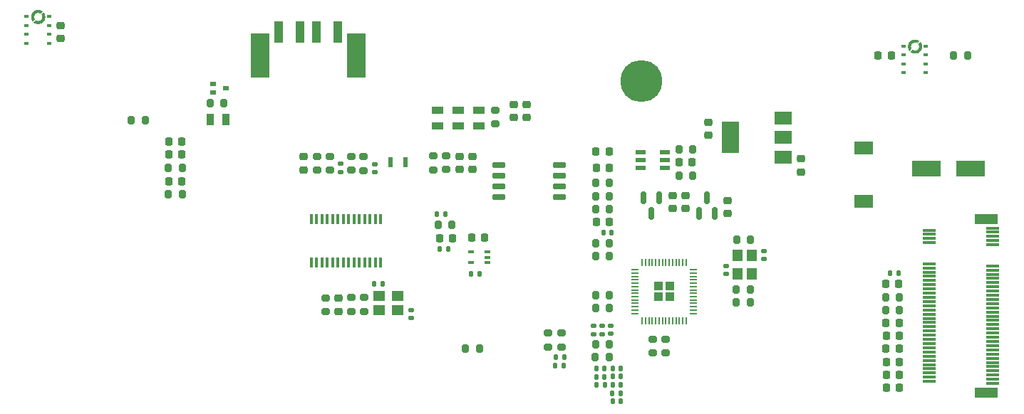
<source format=gbp>
G04 #@! TF.GenerationSoftware,KiCad,Pcbnew,8.0.0-rc1*
G04 #@! TF.CreationDate,2024-01-27T15:59:42+03:00*
G04 #@! TF.ProjectId,RP2040_minimal,52503230-3430-45f6-9d69-6e696d616c2e,REV1*
G04 #@! TF.SameCoordinates,Original*
G04 #@! TF.FileFunction,Paste,Bot*
G04 #@! TF.FilePolarity,Positive*
%FSLAX46Y46*%
G04 Gerber Fmt 4.6, Leading zero omitted, Abs format (unit mm)*
G04 Created by KiCad (PCBNEW 8.0.0-rc1) date 2024-01-27 15:59:42*
%MOMM*%
%LPD*%
G01*
G04 APERTURE LIST*
G04 Aperture macros list*
%AMRoundRect*
0 Rectangle with rounded corners*
0 $1 Rounding radius*
0 $2 $3 $4 $5 $6 $7 $8 $9 X,Y pos of 4 corners*
0 Add a 4 corners polygon primitive as box body*
4,1,4,$2,$3,$4,$5,$6,$7,$8,$9,$2,$3,0*
0 Add four circle primitives for the rounded corners*
1,1,$1+$1,$2,$3*
1,1,$1+$1,$4,$5*
1,1,$1+$1,$6,$7*
1,1,$1+$1,$8,$9*
0 Add four rect primitives between the rounded corners*
20,1,$1+$1,$2,$3,$4,$5,0*
20,1,$1+$1,$4,$5,$6,$7,0*
20,1,$1+$1,$6,$7,$8,$9,0*
20,1,$1+$1,$8,$9,$2,$3,0*%
G04 Aperture macros list end*
%ADD10C,0.010000*%
%ADD11RoundRect,0.218750X-0.218750X-0.256250X0.218750X-0.256250X0.218750X0.256250X-0.218750X0.256250X0*%
%ADD12RoundRect,0.200000X-0.275000X0.200000X-0.275000X-0.200000X0.275000X-0.200000X0.275000X0.200000X0*%
%ADD13RoundRect,0.225000X0.250000X-0.225000X0.250000X0.225000X-0.250000X0.225000X-0.250000X-0.225000X0*%
%ADD14RoundRect,0.225000X0.225000X0.250000X-0.225000X0.250000X-0.225000X-0.250000X0.225000X-0.250000X0*%
%ADD15RoundRect,0.140000X-0.140000X-0.170000X0.140000X-0.170000X0.140000X0.170000X-0.140000X0.170000X0*%
%ADD16RoundRect,0.225000X-0.225000X-0.250000X0.225000X-0.250000X0.225000X0.250000X-0.225000X0.250000X0*%
%ADD17RoundRect,0.200000X0.275000X-0.200000X0.275000X0.200000X-0.275000X0.200000X-0.275000X-0.200000X0*%
%ADD18RoundRect,0.140000X0.140000X0.170000X-0.140000X0.170000X-0.140000X-0.170000X0.140000X-0.170000X0*%
%ADD19RoundRect,0.200000X0.200000X0.275000X-0.200000X0.275000X-0.200000X-0.275000X0.200000X-0.275000X0*%
%ADD20R,1.550000X0.300000*%
%ADD21R,2.750000X1.200000*%
%ADD22RoundRect,0.200000X-0.200000X-0.275000X0.200000X-0.275000X0.200000X0.275000X-0.200000X0.275000X0*%
%ADD23R,0.400000X1.200000*%
%ADD24R,1.400000X0.900000*%
%ADD25R,3.500000X1.850000*%
%ADD26R,0.600000X1.250000*%
%ADD27RoundRect,0.250000X-0.292217X0.292217X-0.292217X-0.292217X0.292217X-0.292217X0.292217X0.292217X0*%
%ADD28RoundRect,0.050000X-0.050000X0.387500X-0.050000X-0.387500X0.050000X-0.387500X0.050000X0.387500X0*%
%ADD29RoundRect,0.050000X-0.387500X0.050000X-0.387500X-0.050000X0.387500X-0.050000X0.387500X0.050000X0*%
%ADD30RoundRect,0.225000X-0.250000X0.225000X-0.250000X-0.225000X0.250000X-0.225000X0.250000X0.225000X0*%
%ADD31RoundRect,0.140000X0.170000X-0.140000X0.170000X0.140000X-0.170000X0.140000X-0.170000X-0.140000X0*%
%ADD32R,0.640000X0.470000*%
%ADD33R,1.400000X1.200000*%
%ADD34RoundRect,0.150000X-0.150000X0.587500X-0.150000X-0.587500X0.150000X-0.587500X0.150000X0.587500X0*%
%ADD35O,5.000000X5.000000*%
%ADD36R,2.200000X1.600000*%
%ADD37R,1.200000X1.400000*%
%ADD38RoundRect,0.140000X-0.170000X0.140000X-0.170000X-0.140000X0.170000X-0.140000X0.170000X0.140000X0*%
%ADD39R,1.143000X0.609600*%
%ADD40RoundRect,0.135000X0.135000X0.185000X-0.135000X0.185000X-0.135000X-0.185000X0.135000X-0.185000X0*%
%ADD41R,0.650000X0.400000*%
%ADD42RoundRect,0.150000X0.150000X-0.587500X0.150000X0.587500X-0.150000X0.587500X-0.150000X-0.587500X0*%
%ADD43R,0.550000X0.300000*%
%ADD44R,2.000000X1.500000*%
%ADD45R,2.000000X3.800000*%
%ADD46R,0.900000X1.400000*%
%ADD47R,1.100000X2.500000*%
%ADD48R,2.300000X5.300000*%
%ADD49RoundRect,0.135000X-0.135000X-0.185000X0.135000X-0.185000X0.135000X0.185000X-0.135000X0.185000X0*%
%ADD50RoundRect,0.218750X0.218750X0.256250X-0.218750X0.256250X-0.218750X-0.256250X0.218750X-0.256250X0*%
%ADD51RoundRect,0.150000X0.650000X0.150000X-0.650000X0.150000X-0.650000X-0.150000X0.650000X-0.150000X0*%
G04 APERTURE END LIST*
D10*
X117297500Y-84696000D02*
X117335500Y-84700000D01*
X117373500Y-84706000D01*
X117411500Y-84714000D01*
X117448500Y-84724000D01*
X117485500Y-84735000D01*
X117521500Y-84749000D01*
X117557500Y-84763000D01*
X117592500Y-84780000D01*
X117626500Y-84798000D01*
X117659500Y-84818000D01*
X117691500Y-84840000D01*
X117721500Y-84862000D01*
X117524500Y-85059000D01*
X117507500Y-85048000D01*
X117487500Y-85035000D01*
X117465500Y-85024000D01*
X117444500Y-85014000D01*
X117421500Y-85004000D01*
X117399500Y-84996000D01*
X117376500Y-84988000D01*
X117352500Y-84982000D01*
X117329500Y-84977000D01*
X117305500Y-84973000D01*
X117281500Y-84970000D01*
X117257500Y-84968000D01*
X117232500Y-84967000D01*
X117208500Y-84968000D01*
X117184500Y-84969000D01*
X117160500Y-84972000D01*
X117136500Y-84976000D01*
X117113500Y-84981000D01*
X117089500Y-84987000D01*
X117066500Y-84994000D01*
X117043500Y-85002000D01*
X117021500Y-85011000D01*
X116999500Y-85021000D01*
X116977500Y-85033000D01*
X116957500Y-85045000D01*
X116936500Y-85058000D01*
X116917500Y-85072000D01*
X116898500Y-85087000D01*
X116879500Y-85103000D01*
X116859270Y-85122772D01*
X116859500Y-85123000D01*
X116839500Y-85143000D01*
X116823500Y-85162000D01*
X116808500Y-85181000D01*
X116794500Y-85200000D01*
X116781500Y-85221000D01*
X116769500Y-85241000D01*
X116757500Y-85263000D01*
X116747500Y-85285000D01*
X116738500Y-85307000D01*
X116730500Y-85330000D01*
X116723500Y-85353000D01*
X116717500Y-85377000D01*
X116712500Y-85400000D01*
X116708500Y-85424000D01*
X116705500Y-85448000D01*
X116704500Y-85472000D01*
X116703500Y-85496000D01*
X116704500Y-85521000D01*
X116706500Y-85545000D01*
X116709500Y-85569000D01*
X116713500Y-85593000D01*
X116718500Y-85616000D01*
X116724500Y-85640000D01*
X116732500Y-85663000D01*
X116740500Y-85685000D01*
X116750500Y-85708000D01*
X116760500Y-85729000D01*
X116771500Y-85751000D01*
X116784500Y-85771000D01*
X116795500Y-85788000D01*
X116598500Y-85985000D01*
X116576500Y-85955000D01*
X116554500Y-85923000D01*
X116534500Y-85890000D01*
X116516500Y-85856000D01*
X116499500Y-85821000D01*
X116485500Y-85785000D01*
X116471500Y-85749000D01*
X116460500Y-85712000D01*
X116450500Y-85675000D01*
X116442500Y-85637000D01*
X116436500Y-85599000D01*
X116432500Y-85561000D01*
X116430500Y-85522000D01*
X116430500Y-85484000D01*
X116431500Y-85445000D01*
X116434500Y-85407000D01*
X116439500Y-85369000D01*
X116446500Y-85331000D01*
X116455500Y-85293000D01*
X116466500Y-85256000D01*
X116478500Y-85219000D01*
X116492500Y-85184000D01*
X116508500Y-85148000D01*
X116526500Y-85114000D01*
X116545500Y-85081000D01*
X116566500Y-85048000D01*
X116588500Y-85017000D01*
X116612500Y-84986000D01*
X116637500Y-84957000D01*
X116664500Y-84928000D01*
X116693500Y-84901000D01*
X116722500Y-84876000D01*
X116753500Y-84852000D01*
X116784500Y-84830000D01*
X116817500Y-84809000D01*
X116850500Y-84790000D01*
X116884500Y-84772000D01*
X116920500Y-84756000D01*
X116955500Y-84742000D01*
X116992500Y-84730000D01*
X117029500Y-84719000D01*
X117067500Y-84710000D01*
X117105500Y-84703000D01*
X117143500Y-84698000D01*
X117181500Y-84695000D01*
X117220500Y-84694000D01*
X117258500Y-84694000D01*
X117297500Y-84696000D01*
G36*
X117297500Y-84696000D02*
G01*
X117335500Y-84700000D01*
X117373500Y-84706000D01*
X117411500Y-84714000D01*
X117448500Y-84724000D01*
X117485500Y-84735000D01*
X117521500Y-84749000D01*
X117557500Y-84763000D01*
X117592500Y-84780000D01*
X117626500Y-84798000D01*
X117659500Y-84818000D01*
X117691500Y-84840000D01*
X117721500Y-84862000D01*
X117524500Y-85059000D01*
X117507500Y-85048000D01*
X117487500Y-85035000D01*
X117465500Y-85024000D01*
X117444500Y-85014000D01*
X117421500Y-85004000D01*
X117399500Y-84996000D01*
X117376500Y-84988000D01*
X117352500Y-84982000D01*
X117329500Y-84977000D01*
X117305500Y-84973000D01*
X117281500Y-84970000D01*
X117257500Y-84968000D01*
X117232500Y-84967000D01*
X117208500Y-84968000D01*
X117184500Y-84969000D01*
X117160500Y-84972000D01*
X117136500Y-84976000D01*
X117113500Y-84981000D01*
X117089500Y-84987000D01*
X117066500Y-84994000D01*
X117043500Y-85002000D01*
X117021500Y-85011000D01*
X116999500Y-85021000D01*
X116977500Y-85033000D01*
X116957500Y-85045000D01*
X116936500Y-85058000D01*
X116917500Y-85072000D01*
X116898500Y-85087000D01*
X116879500Y-85103000D01*
X116859270Y-85122772D01*
X116859500Y-85123000D01*
X116839500Y-85143000D01*
X116823500Y-85162000D01*
X116808500Y-85181000D01*
X116794500Y-85200000D01*
X116781500Y-85221000D01*
X116769500Y-85241000D01*
X116757500Y-85263000D01*
X116747500Y-85285000D01*
X116738500Y-85307000D01*
X116730500Y-85330000D01*
X116723500Y-85353000D01*
X116717500Y-85377000D01*
X116712500Y-85400000D01*
X116708500Y-85424000D01*
X116705500Y-85448000D01*
X116704500Y-85472000D01*
X116703500Y-85496000D01*
X116704500Y-85521000D01*
X116706500Y-85545000D01*
X116709500Y-85569000D01*
X116713500Y-85593000D01*
X116718500Y-85616000D01*
X116724500Y-85640000D01*
X116732500Y-85663000D01*
X116740500Y-85685000D01*
X116750500Y-85708000D01*
X116760500Y-85729000D01*
X116771500Y-85751000D01*
X116784500Y-85771000D01*
X116795500Y-85788000D01*
X116598500Y-85985000D01*
X116576500Y-85955000D01*
X116554500Y-85923000D01*
X116534500Y-85890000D01*
X116516500Y-85856000D01*
X116499500Y-85821000D01*
X116485500Y-85785000D01*
X116471500Y-85749000D01*
X116460500Y-85712000D01*
X116450500Y-85675000D01*
X116442500Y-85637000D01*
X116436500Y-85599000D01*
X116432500Y-85561000D01*
X116430500Y-85522000D01*
X116430500Y-85484000D01*
X116431500Y-85445000D01*
X116434500Y-85407000D01*
X116439500Y-85369000D01*
X116446500Y-85331000D01*
X116455500Y-85293000D01*
X116466500Y-85256000D01*
X116478500Y-85219000D01*
X116492500Y-85184000D01*
X116508500Y-85148000D01*
X116526500Y-85114000D01*
X116545500Y-85081000D01*
X116566500Y-85048000D01*
X116588500Y-85017000D01*
X116612500Y-84986000D01*
X116637500Y-84957000D01*
X116664500Y-84928000D01*
X116693500Y-84901000D01*
X116722500Y-84876000D01*
X116753500Y-84852000D01*
X116784500Y-84830000D01*
X116817500Y-84809000D01*
X116850500Y-84790000D01*
X116884500Y-84772000D01*
X116920500Y-84756000D01*
X116955500Y-84742000D01*
X116992500Y-84730000D01*
X117029500Y-84719000D01*
X117067500Y-84710000D01*
X117105500Y-84703000D01*
X117143500Y-84698000D01*
X117181500Y-84695000D01*
X117220500Y-84694000D01*
X117258500Y-84694000D01*
X117297500Y-84696000D01*
G37*
X117878500Y-85037000D02*
X117900500Y-85069000D01*
X117920500Y-85102000D01*
X117938500Y-85136000D01*
X117955500Y-85171000D01*
X117969500Y-85207000D01*
X117983500Y-85243000D01*
X117994500Y-85280000D01*
X118004500Y-85317000D01*
X118012500Y-85355000D01*
X118018500Y-85393000D01*
X118022500Y-85431000D01*
X118024500Y-85470000D01*
X118024500Y-85508000D01*
X118023500Y-85547000D01*
X118020500Y-85585000D01*
X118015500Y-85623000D01*
X118008500Y-85661000D01*
X117999500Y-85699000D01*
X117988500Y-85736000D01*
X117976500Y-85773000D01*
X117962500Y-85808000D01*
X117946500Y-85844000D01*
X117928500Y-85878000D01*
X117909500Y-85911000D01*
X117888500Y-85944000D01*
X117866500Y-85975000D01*
X117842500Y-86006000D01*
X117817500Y-86035000D01*
X117790500Y-86064000D01*
X117761500Y-86091000D01*
X117732500Y-86116000D01*
X117701500Y-86140000D01*
X117670500Y-86162000D01*
X117637500Y-86183000D01*
X117604500Y-86202000D01*
X117570500Y-86220000D01*
X117534500Y-86236000D01*
X117499500Y-86250000D01*
X117462500Y-86262000D01*
X117425500Y-86273000D01*
X117387500Y-86282000D01*
X117349500Y-86289000D01*
X117311500Y-86294000D01*
X117273500Y-86297000D01*
X117234500Y-86298000D01*
X117196500Y-86298000D01*
X117157500Y-86296000D01*
X117119500Y-86292000D01*
X117081500Y-86286000D01*
X117043500Y-86278000D01*
X117006500Y-86268000D01*
X116969500Y-86257000D01*
X116933500Y-86243000D01*
X116897500Y-86229000D01*
X116862500Y-86212000D01*
X116828500Y-86194000D01*
X116795500Y-86174000D01*
X116763500Y-86152000D01*
X116733500Y-86130000D01*
X116930500Y-85933000D01*
X116947500Y-85944000D01*
X116967500Y-85957000D01*
X116989500Y-85968000D01*
X117010500Y-85978000D01*
X117033500Y-85988000D01*
X117055500Y-85996000D01*
X117078500Y-86004000D01*
X117102500Y-86010000D01*
X117125500Y-86015000D01*
X117149500Y-86019000D01*
X117173500Y-86022000D01*
X117197500Y-86024000D01*
X117222500Y-86025000D01*
X117246500Y-86024000D01*
X117270500Y-86023000D01*
X117294500Y-86020000D01*
X117318500Y-86016000D01*
X117341500Y-86011000D01*
X117365500Y-86005000D01*
X117388500Y-85998000D01*
X117411500Y-85990000D01*
X117433500Y-85981000D01*
X117455500Y-85971000D01*
X117477500Y-85959000D01*
X117497500Y-85947000D01*
X117518500Y-85934000D01*
X117537500Y-85920000D01*
X117556500Y-85905000D01*
X117575500Y-85889000D01*
X117595728Y-85869228D01*
X117595500Y-85869000D01*
X117615500Y-85849000D01*
X117631500Y-85830000D01*
X117646500Y-85811000D01*
X117660500Y-85792000D01*
X117673500Y-85771000D01*
X117685500Y-85751000D01*
X117697500Y-85729000D01*
X117707500Y-85707000D01*
X117716500Y-85685000D01*
X117724500Y-85662000D01*
X117731500Y-85639000D01*
X117737500Y-85615000D01*
X117742500Y-85592000D01*
X117746500Y-85568000D01*
X117749500Y-85544000D01*
X117750500Y-85520000D01*
X117751500Y-85496000D01*
X117750500Y-85471000D01*
X117748500Y-85447000D01*
X117745500Y-85423000D01*
X117741500Y-85399000D01*
X117736500Y-85376000D01*
X117730500Y-85352000D01*
X117722500Y-85329000D01*
X117714500Y-85307000D01*
X117704500Y-85284000D01*
X117694500Y-85263000D01*
X117683500Y-85241000D01*
X117670500Y-85221000D01*
X117659500Y-85204000D01*
X117856500Y-85007000D01*
X117878500Y-85037000D01*
G36*
X117878500Y-85037000D02*
G01*
X117900500Y-85069000D01*
X117920500Y-85102000D01*
X117938500Y-85136000D01*
X117955500Y-85171000D01*
X117969500Y-85207000D01*
X117983500Y-85243000D01*
X117994500Y-85280000D01*
X118004500Y-85317000D01*
X118012500Y-85355000D01*
X118018500Y-85393000D01*
X118022500Y-85431000D01*
X118024500Y-85470000D01*
X118024500Y-85508000D01*
X118023500Y-85547000D01*
X118020500Y-85585000D01*
X118015500Y-85623000D01*
X118008500Y-85661000D01*
X117999500Y-85699000D01*
X117988500Y-85736000D01*
X117976500Y-85773000D01*
X117962500Y-85808000D01*
X117946500Y-85844000D01*
X117928500Y-85878000D01*
X117909500Y-85911000D01*
X117888500Y-85944000D01*
X117866500Y-85975000D01*
X117842500Y-86006000D01*
X117817500Y-86035000D01*
X117790500Y-86064000D01*
X117761500Y-86091000D01*
X117732500Y-86116000D01*
X117701500Y-86140000D01*
X117670500Y-86162000D01*
X117637500Y-86183000D01*
X117604500Y-86202000D01*
X117570500Y-86220000D01*
X117534500Y-86236000D01*
X117499500Y-86250000D01*
X117462500Y-86262000D01*
X117425500Y-86273000D01*
X117387500Y-86282000D01*
X117349500Y-86289000D01*
X117311500Y-86294000D01*
X117273500Y-86297000D01*
X117234500Y-86298000D01*
X117196500Y-86298000D01*
X117157500Y-86296000D01*
X117119500Y-86292000D01*
X117081500Y-86286000D01*
X117043500Y-86278000D01*
X117006500Y-86268000D01*
X116969500Y-86257000D01*
X116933500Y-86243000D01*
X116897500Y-86229000D01*
X116862500Y-86212000D01*
X116828500Y-86194000D01*
X116795500Y-86174000D01*
X116763500Y-86152000D01*
X116733500Y-86130000D01*
X116930500Y-85933000D01*
X116947500Y-85944000D01*
X116967500Y-85957000D01*
X116989500Y-85968000D01*
X117010500Y-85978000D01*
X117033500Y-85988000D01*
X117055500Y-85996000D01*
X117078500Y-86004000D01*
X117102500Y-86010000D01*
X117125500Y-86015000D01*
X117149500Y-86019000D01*
X117173500Y-86022000D01*
X117197500Y-86024000D01*
X117222500Y-86025000D01*
X117246500Y-86024000D01*
X117270500Y-86023000D01*
X117294500Y-86020000D01*
X117318500Y-86016000D01*
X117341500Y-86011000D01*
X117365500Y-86005000D01*
X117388500Y-85998000D01*
X117411500Y-85990000D01*
X117433500Y-85981000D01*
X117455500Y-85971000D01*
X117477500Y-85959000D01*
X117497500Y-85947000D01*
X117518500Y-85934000D01*
X117537500Y-85920000D01*
X117556500Y-85905000D01*
X117575500Y-85889000D01*
X117595728Y-85869228D01*
X117595500Y-85869000D01*
X117615500Y-85849000D01*
X117631500Y-85830000D01*
X117646500Y-85811000D01*
X117660500Y-85792000D01*
X117673500Y-85771000D01*
X117685500Y-85751000D01*
X117697500Y-85729000D01*
X117707500Y-85707000D01*
X117716500Y-85685000D01*
X117724500Y-85662000D01*
X117731500Y-85639000D01*
X117737500Y-85615000D01*
X117742500Y-85592000D01*
X117746500Y-85568000D01*
X117749500Y-85544000D01*
X117750500Y-85520000D01*
X117751500Y-85496000D01*
X117750500Y-85471000D01*
X117748500Y-85447000D01*
X117745500Y-85423000D01*
X117741500Y-85399000D01*
X117736500Y-85376000D01*
X117730500Y-85352000D01*
X117722500Y-85329000D01*
X117714500Y-85307000D01*
X117704500Y-85284000D01*
X117694500Y-85263000D01*
X117683500Y-85241000D01*
X117670500Y-85221000D01*
X117659500Y-85204000D01*
X117856500Y-85007000D01*
X117878500Y-85037000D01*
G37*
X221477500Y-88216000D02*
X221515500Y-88220000D01*
X221553500Y-88226000D01*
X221591500Y-88234000D01*
X221628500Y-88244000D01*
X221665500Y-88255000D01*
X221701500Y-88269000D01*
X221737500Y-88283000D01*
X221772500Y-88300000D01*
X221806500Y-88318000D01*
X221839500Y-88338000D01*
X221871500Y-88360000D01*
X221901500Y-88382000D01*
X221704500Y-88579000D01*
X221687500Y-88568000D01*
X221667500Y-88555000D01*
X221645500Y-88544000D01*
X221624500Y-88534000D01*
X221601500Y-88524000D01*
X221579500Y-88516000D01*
X221556500Y-88508000D01*
X221532500Y-88502000D01*
X221509500Y-88497000D01*
X221485500Y-88493000D01*
X221461500Y-88490000D01*
X221437500Y-88488000D01*
X221412500Y-88487000D01*
X221388500Y-88488000D01*
X221364500Y-88489000D01*
X221340500Y-88492000D01*
X221316500Y-88496000D01*
X221293500Y-88501000D01*
X221269500Y-88507000D01*
X221246500Y-88514000D01*
X221223500Y-88522000D01*
X221201500Y-88531000D01*
X221179500Y-88541000D01*
X221157500Y-88553000D01*
X221137500Y-88565000D01*
X221116500Y-88578000D01*
X221097500Y-88592000D01*
X221078500Y-88607000D01*
X221059500Y-88623000D01*
X221039270Y-88642772D01*
X221039500Y-88643000D01*
X221019500Y-88663000D01*
X221003500Y-88682000D01*
X220988500Y-88701000D01*
X220974500Y-88720000D01*
X220961500Y-88741000D01*
X220949500Y-88761000D01*
X220937500Y-88783000D01*
X220927500Y-88805000D01*
X220918500Y-88827000D01*
X220910500Y-88850000D01*
X220903500Y-88873000D01*
X220897500Y-88897000D01*
X220892500Y-88920000D01*
X220888500Y-88944000D01*
X220885500Y-88968000D01*
X220884500Y-88992000D01*
X220883500Y-89016000D01*
X220884500Y-89041000D01*
X220886500Y-89065000D01*
X220889500Y-89089000D01*
X220893500Y-89113000D01*
X220898500Y-89136000D01*
X220904500Y-89160000D01*
X220912500Y-89183000D01*
X220920500Y-89205000D01*
X220930500Y-89228000D01*
X220940500Y-89249000D01*
X220951500Y-89271000D01*
X220964500Y-89291000D01*
X220975500Y-89308000D01*
X220778500Y-89505000D01*
X220756500Y-89475000D01*
X220734500Y-89443000D01*
X220714500Y-89410000D01*
X220696500Y-89376000D01*
X220679500Y-89341000D01*
X220665500Y-89305000D01*
X220651500Y-89269000D01*
X220640500Y-89232000D01*
X220630500Y-89195000D01*
X220622500Y-89157000D01*
X220616500Y-89119000D01*
X220612500Y-89081000D01*
X220610500Y-89042000D01*
X220610500Y-89004000D01*
X220611500Y-88965000D01*
X220614500Y-88927000D01*
X220619500Y-88889000D01*
X220626500Y-88851000D01*
X220635500Y-88813000D01*
X220646500Y-88776000D01*
X220658500Y-88739000D01*
X220672500Y-88704000D01*
X220688500Y-88668000D01*
X220706500Y-88634000D01*
X220725500Y-88601000D01*
X220746500Y-88568000D01*
X220768500Y-88537000D01*
X220792500Y-88506000D01*
X220817500Y-88477000D01*
X220844500Y-88448000D01*
X220873500Y-88421000D01*
X220902500Y-88396000D01*
X220933500Y-88372000D01*
X220964500Y-88350000D01*
X220997500Y-88329000D01*
X221030500Y-88310000D01*
X221064500Y-88292000D01*
X221100500Y-88276000D01*
X221135500Y-88262000D01*
X221172500Y-88250000D01*
X221209500Y-88239000D01*
X221247500Y-88230000D01*
X221285500Y-88223000D01*
X221323500Y-88218000D01*
X221361500Y-88215000D01*
X221400500Y-88214000D01*
X221438500Y-88214000D01*
X221477500Y-88216000D01*
G36*
X221477500Y-88216000D02*
G01*
X221515500Y-88220000D01*
X221553500Y-88226000D01*
X221591500Y-88234000D01*
X221628500Y-88244000D01*
X221665500Y-88255000D01*
X221701500Y-88269000D01*
X221737500Y-88283000D01*
X221772500Y-88300000D01*
X221806500Y-88318000D01*
X221839500Y-88338000D01*
X221871500Y-88360000D01*
X221901500Y-88382000D01*
X221704500Y-88579000D01*
X221687500Y-88568000D01*
X221667500Y-88555000D01*
X221645500Y-88544000D01*
X221624500Y-88534000D01*
X221601500Y-88524000D01*
X221579500Y-88516000D01*
X221556500Y-88508000D01*
X221532500Y-88502000D01*
X221509500Y-88497000D01*
X221485500Y-88493000D01*
X221461500Y-88490000D01*
X221437500Y-88488000D01*
X221412500Y-88487000D01*
X221388500Y-88488000D01*
X221364500Y-88489000D01*
X221340500Y-88492000D01*
X221316500Y-88496000D01*
X221293500Y-88501000D01*
X221269500Y-88507000D01*
X221246500Y-88514000D01*
X221223500Y-88522000D01*
X221201500Y-88531000D01*
X221179500Y-88541000D01*
X221157500Y-88553000D01*
X221137500Y-88565000D01*
X221116500Y-88578000D01*
X221097500Y-88592000D01*
X221078500Y-88607000D01*
X221059500Y-88623000D01*
X221039270Y-88642772D01*
X221039500Y-88643000D01*
X221019500Y-88663000D01*
X221003500Y-88682000D01*
X220988500Y-88701000D01*
X220974500Y-88720000D01*
X220961500Y-88741000D01*
X220949500Y-88761000D01*
X220937500Y-88783000D01*
X220927500Y-88805000D01*
X220918500Y-88827000D01*
X220910500Y-88850000D01*
X220903500Y-88873000D01*
X220897500Y-88897000D01*
X220892500Y-88920000D01*
X220888500Y-88944000D01*
X220885500Y-88968000D01*
X220884500Y-88992000D01*
X220883500Y-89016000D01*
X220884500Y-89041000D01*
X220886500Y-89065000D01*
X220889500Y-89089000D01*
X220893500Y-89113000D01*
X220898500Y-89136000D01*
X220904500Y-89160000D01*
X220912500Y-89183000D01*
X220920500Y-89205000D01*
X220930500Y-89228000D01*
X220940500Y-89249000D01*
X220951500Y-89271000D01*
X220964500Y-89291000D01*
X220975500Y-89308000D01*
X220778500Y-89505000D01*
X220756500Y-89475000D01*
X220734500Y-89443000D01*
X220714500Y-89410000D01*
X220696500Y-89376000D01*
X220679500Y-89341000D01*
X220665500Y-89305000D01*
X220651500Y-89269000D01*
X220640500Y-89232000D01*
X220630500Y-89195000D01*
X220622500Y-89157000D01*
X220616500Y-89119000D01*
X220612500Y-89081000D01*
X220610500Y-89042000D01*
X220610500Y-89004000D01*
X220611500Y-88965000D01*
X220614500Y-88927000D01*
X220619500Y-88889000D01*
X220626500Y-88851000D01*
X220635500Y-88813000D01*
X220646500Y-88776000D01*
X220658500Y-88739000D01*
X220672500Y-88704000D01*
X220688500Y-88668000D01*
X220706500Y-88634000D01*
X220725500Y-88601000D01*
X220746500Y-88568000D01*
X220768500Y-88537000D01*
X220792500Y-88506000D01*
X220817500Y-88477000D01*
X220844500Y-88448000D01*
X220873500Y-88421000D01*
X220902500Y-88396000D01*
X220933500Y-88372000D01*
X220964500Y-88350000D01*
X220997500Y-88329000D01*
X221030500Y-88310000D01*
X221064500Y-88292000D01*
X221100500Y-88276000D01*
X221135500Y-88262000D01*
X221172500Y-88250000D01*
X221209500Y-88239000D01*
X221247500Y-88230000D01*
X221285500Y-88223000D01*
X221323500Y-88218000D01*
X221361500Y-88215000D01*
X221400500Y-88214000D01*
X221438500Y-88214000D01*
X221477500Y-88216000D01*
G37*
X222058500Y-88557000D02*
X222080500Y-88589000D01*
X222100500Y-88622000D01*
X222118500Y-88656000D01*
X222135500Y-88691000D01*
X222149500Y-88727000D01*
X222163500Y-88763000D01*
X222174500Y-88800000D01*
X222184500Y-88837000D01*
X222192500Y-88875000D01*
X222198500Y-88913000D01*
X222202500Y-88951000D01*
X222204500Y-88990000D01*
X222204500Y-89028000D01*
X222203500Y-89067000D01*
X222200500Y-89105000D01*
X222195500Y-89143000D01*
X222188500Y-89181000D01*
X222179500Y-89219000D01*
X222168500Y-89256000D01*
X222156500Y-89293000D01*
X222142500Y-89328000D01*
X222126500Y-89364000D01*
X222108500Y-89398000D01*
X222089500Y-89431000D01*
X222068500Y-89464000D01*
X222046500Y-89495000D01*
X222022500Y-89526000D01*
X221997500Y-89555000D01*
X221970500Y-89584000D01*
X221941500Y-89611000D01*
X221912500Y-89636000D01*
X221881500Y-89660000D01*
X221850500Y-89682000D01*
X221817500Y-89703000D01*
X221784500Y-89722000D01*
X221750500Y-89740000D01*
X221714500Y-89756000D01*
X221679500Y-89770000D01*
X221642500Y-89782000D01*
X221605500Y-89793000D01*
X221567500Y-89802000D01*
X221529500Y-89809000D01*
X221491500Y-89814000D01*
X221453500Y-89817000D01*
X221414500Y-89818000D01*
X221376500Y-89818000D01*
X221337500Y-89816000D01*
X221299500Y-89812000D01*
X221261500Y-89806000D01*
X221223500Y-89798000D01*
X221186500Y-89788000D01*
X221149500Y-89777000D01*
X221113500Y-89763000D01*
X221077500Y-89749000D01*
X221042500Y-89732000D01*
X221008500Y-89714000D01*
X220975500Y-89694000D01*
X220943500Y-89672000D01*
X220913500Y-89650000D01*
X221110500Y-89453000D01*
X221127500Y-89464000D01*
X221147500Y-89477000D01*
X221169500Y-89488000D01*
X221190500Y-89498000D01*
X221213500Y-89508000D01*
X221235500Y-89516000D01*
X221258500Y-89524000D01*
X221282500Y-89530000D01*
X221305500Y-89535000D01*
X221329500Y-89539000D01*
X221353500Y-89542000D01*
X221377500Y-89544000D01*
X221402500Y-89545000D01*
X221426500Y-89544000D01*
X221450500Y-89543000D01*
X221474500Y-89540000D01*
X221498500Y-89536000D01*
X221521500Y-89531000D01*
X221545500Y-89525000D01*
X221568500Y-89518000D01*
X221591500Y-89510000D01*
X221613500Y-89501000D01*
X221635500Y-89491000D01*
X221657500Y-89479000D01*
X221677500Y-89467000D01*
X221698500Y-89454000D01*
X221717500Y-89440000D01*
X221736500Y-89425000D01*
X221755500Y-89409000D01*
X221775728Y-89389228D01*
X221775500Y-89389000D01*
X221795500Y-89369000D01*
X221811500Y-89350000D01*
X221826500Y-89331000D01*
X221840500Y-89312000D01*
X221853500Y-89291000D01*
X221865500Y-89271000D01*
X221877500Y-89249000D01*
X221887500Y-89227000D01*
X221896500Y-89205000D01*
X221904500Y-89182000D01*
X221911500Y-89159000D01*
X221917500Y-89135000D01*
X221922500Y-89112000D01*
X221926500Y-89088000D01*
X221929500Y-89064000D01*
X221930500Y-89040000D01*
X221931500Y-89016000D01*
X221930500Y-88991000D01*
X221928500Y-88967000D01*
X221925500Y-88943000D01*
X221921500Y-88919000D01*
X221916500Y-88896000D01*
X221910500Y-88872000D01*
X221902500Y-88849000D01*
X221894500Y-88827000D01*
X221884500Y-88804000D01*
X221874500Y-88783000D01*
X221863500Y-88761000D01*
X221850500Y-88741000D01*
X221839500Y-88724000D01*
X222036500Y-88527000D01*
X222058500Y-88557000D01*
G36*
X222058500Y-88557000D02*
G01*
X222080500Y-88589000D01*
X222100500Y-88622000D01*
X222118500Y-88656000D01*
X222135500Y-88691000D01*
X222149500Y-88727000D01*
X222163500Y-88763000D01*
X222174500Y-88800000D01*
X222184500Y-88837000D01*
X222192500Y-88875000D01*
X222198500Y-88913000D01*
X222202500Y-88951000D01*
X222204500Y-88990000D01*
X222204500Y-89028000D01*
X222203500Y-89067000D01*
X222200500Y-89105000D01*
X222195500Y-89143000D01*
X222188500Y-89181000D01*
X222179500Y-89219000D01*
X222168500Y-89256000D01*
X222156500Y-89293000D01*
X222142500Y-89328000D01*
X222126500Y-89364000D01*
X222108500Y-89398000D01*
X222089500Y-89431000D01*
X222068500Y-89464000D01*
X222046500Y-89495000D01*
X222022500Y-89526000D01*
X221997500Y-89555000D01*
X221970500Y-89584000D01*
X221941500Y-89611000D01*
X221912500Y-89636000D01*
X221881500Y-89660000D01*
X221850500Y-89682000D01*
X221817500Y-89703000D01*
X221784500Y-89722000D01*
X221750500Y-89740000D01*
X221714500Y-89756000D01*
X221679500Y-89770000D01*
X221642500Y-89782000D01*
X221605500Y-89793000D01*
X221567500Y-89802000D01*
X221529500Y-89809000D01*
X221491500Y-89814000D01*
X221453500Y-89817000D01*
X221414500Y-89818000D01*
X221376500Y-89818000D01*
X221337500Y-89816000D01*
X221299500Y-89812000D01*
X221261500Y-89806000D01*
X221223500Y-89798000D01*
X221186500Y-89788000D01*
X221149500Y-89777000D01*
X221113500Y-89763000D01*
X221077500Y-89749000D01*
X221042500Y-89732000D01*
X221008500Y-89714000D01*
X220975500Y-89694000D01*
X220943500Y-89672000D01*
X220913500Y-89650000D01*
X221110500Y-89453000D01*
X221127500Y-89464000D01*
X221147500Y-89477000D01*
X221169500Y-89488000D01*
X221190500Y-89498000D01*
X221213500Y-89508000D01*
X221235500Y-89516000D01*
X221258500Y-89524000D01*
X221282500Y-89530000D01*
X221305500Y-89535000D01*
X221329500Y-89539000D01*
X221353500Y-89542000D01*
X221377500Y-89544000D01*
X221402500Y-89545000D01*
X221426500Y-89544000D01*
X221450500Y-89543000D01*
X221474500Y-89540000D01*
X221498500Y-89536000D01*
X221521500Y-89531000D01*
X221545500Y-89525000D01*
X221568500Y-89518000D01*
X221591500Y-89510000D01*
X221613500Y-89501000D01*
X221635500Y-89491000D01*
X221657500Y-89479000D01*
X221677500Y-89467000D01*
X221698500Y-89454000D01*
X221717500Y-89440000D01*
X221736500Y-89425000D01*
X221755500Y-89409000D01*
X221775728Y-89389228D01*
X221775500Y-89389000D01*
X221795500Y-89369000D01*
X221811500Y-89350000D01*
X221826500Y-89331000D01*
X221840500Y-89312000D01*
X221853500Y-89291000D01*
X221865500Y-89271000D01*
X221877500Y-89249000D01*
X221887500Y-89227000D01*
X221896500Y-89205000D01*
X221904500Y-89182000D01*
X221911500Y-89159000D01*
X221917500Y-89135000D01*
X221922500Y-89112000D01*
X221926500Y-89088000D01*
X221929500Y-89064000D01*
X221930500Y-89040000D01*
X221931500Y-89016000D01*
X221930500Y-88991000D01*
X221928500Y-88967000D01*
X221925500Y-88943000D01*
X221921500Y-88919000D01*
X221916500Y-88896000D01*
X221910500Y-88872000D01*
X221902500Y-88849000D01*
X221894500Y-88827000D01*
X221884500Y-88804000D01*
X221874500Y-88783000D01*
X221863500Y-88761000D01*
X221850500Y-88741000D01*
X221839500Y-88724000D01*
X222036500Y-88527000D01*
X222058500Y-88557000D01*
G37*
D11*
X183555000Y-103496000D03*
X185130000Y-103496000D03*
D12*
X177862500Y-123166000D03*
X177862500Y-124816000D03*
D13*
X175322500Y-97521000D03*
X175322500Y-95971000D03*
D12*
X191822500Y-123886000D03*
X191822500Y-125536000D03*
D14*
X219572500Y-126576000D03*
X218022500Y-126576000D03*
D15*
X185522500Y-128326000D03*
X186482500Y-128326000D03*
D16*
X193429000Y-102856000D03*
X194979000Y-102856000D03*
D17*
X150372500Y-103776000D03*
X150372500Y-102126000D03*
D14*
X134337500Y-101926000D03*
X132787500Y-101926000D03*
D18*
X165632500Y-109006000D03*
X164672500Y-109006000D03*
D19*
X195029000Y-104396000D03*
X193379000Y-104396000D03*
D16*
X183572500Y-109936000D03*
X185122500Y-109936000D03*
D20*
X230700109Y-129156000D03*
X223150109Y-128906000D03*
X230700109Y-128656000D03*
X223150109Y-128406000D03*
X230700109Y-128156000D03*
X223150109Y-127906000D03*
X230700109Y-127656000D03*
X223150109Y-127406000D03*
X230700109Y-127156000D03*
X223150109Y-126906000D03*
X230700109Y-126656000D03*
X223150109Y-126406000D03*
X230700109Y-126156000D03*
X223150109Y-125906000D03*
X230700109Y-125656000D03*
X223150109Y-125406000D03*
X230700109Y-125156000D03*
X223150109Y-124906000D03*
X230700109Y-124656000D03*
X223150109Y-124406000D03*
X230700109Y-124156000D03*
X223150109Y-123906000D03*
X230700109Y-123656000D03*
X223150109Y-123406000D03*
X230700109Y-123156000D03*
X223150109Y-122906000D03*
X230700109Y-122656000D03*
X223150109Y-122406000D03*
X230700109Y-122156000D03*
X223150109Y-121906000D03*
X230700109Y-121656000D03*
X223150109Y-121406000D03*
X230700109Y-121156000D03*
X223150109Y-120906000D03*
X230700109Y-120656000D03*
X223150109Y-120406000D03*
X230700109Y-120156000D03*
X223150109Y-119906000D03*
X230700109Y-119656000D03*
X223150109Y-119406000D03*
X230700109Y-119156000D03*
X223150109Y-118906000D03*
X230700109Y-118656000D03*
X223150109Y-118406000D03*
X230700109Y-118156000D03*
X223150109Y-117906000D03*
X230700109Y-117656000D03*
X223150109Y-117406000D03*
X230700109Y-117156000D03*
X223150109Y-116906000D03*
X230700109Y-116656000D03*
X223150109Y-116406000D03*
X230700109Y-116156000D03*
X223150109Y-115906000D03*
X230700109Y-115656000D03*
X223150109Y-115406000D03*
X230700109Y-115156000D03*
X223150109Y-114906000D03*
X230700109Y-112656000D03*
X223150109Y-112406000D03*
X230700109Y-112156000D03*
X223150109Y-111906000D03*
X230700109Y-111656000D03*
X223150109Y-111406000D03*
X230700109Y-111156000D03*
X223150109Y-110906000D03*
X230700109Y-110656000D03*
D21*
X229925109Y-130256000D03*
X229925109Y-109556000D03*
D14*
X134347500Y-105076000D03*
X132797500Y-105076000D03*
D15*
X185502500Y-129306000D03*
X186462500Y-129306000D03*
D22*
X200227500Y-117956000D03*
X201877500Y-117956000D03*
D19*
X134392500Y-103536000D03*
X132742500Y-103536000D03*
X219587500Y-118866000D03*
X217937500Y-118866000D03*
D13*
X207892500Y-103971000D03*
X207892500Y-102421000D03*
D23*
X157980000Y-114756000D03*
X157345000Y-114756000D03*
X156710000Y-114756000D03*
X156075000Y-114756000D03*
X155440000Y-114756000D03*
X154805000Y-114756000D03*
X154170000Y-114756000D03*
X153535000Y-114756000D03*
X152900000Y-114756000D03*
X152265000Y-114756000D03*
X151630000Y-114756000D03*
X150995000Y-114756000D03*
X150360000Y-114756000D03*
X149725000Y-114756000D03*
X149725000Y-109556000D03*
X150360000Y-109556000D03*
X150995000Y-109556000D03*
X151630000Y-109556000D03*
X152265000Y-109556000D03*
X152900000Y-109556000D03*
X153535000Y-109556000D03*
X154170000Y-109556000D03*
X154805000Y-109556000D03*
X155440000Y-109556000D03*
X156075000Y-109556000D03*
X156710000Y-109556000D03*
X157345000Y-109556000D03*
X157980000Y-109556000D03*
D14*
X218627500Y-90081000D03*
X217077500Y-90081000D03*
D24*
X167162500Y-96611000D03*
X167162500Y-98511000D03*
D17*
X190297500Y-125536000D03*
X190297500Y-123886000D03*
D22*
X183502500Y-118676000D03*
X185152500Y-118676000D03*
D25*
X222772500Y-103606000D03*
X228072500Y-103606000D03*
D26*
X160912500Y-102796000D03*
X159112500Y-102796000D03*
D27*
X192277500Y-117585000D03*
X191002500Y-117585000D03*
X192277500Y-118860000D03*
X191002500Y-118860000D03*
D28*
X189040000Y-114785000D03*
X189440000Y-114785000D03*
X189840000Y-114785000D03*
X190240000Y-114785000D03*
X190640000Y-114785000D03*
X191040000Y-114785000D03*
X191440000Y-114785000D03*
X191840000Y-114785000D03*
X192240000Y-114785000D03*
X192640000Y-114785000D03*
X193040000Y-114785000D03*
X193440000Y-114785000D03*
X193840000Y-114785000D03*
X194240000Y-114785000D03*
D29*
X195077500Y-115622500D03*
X195077500Y-116022500D03*
X195077500Y-116422500D03*
X195077500Y-116822500D03*
X195077500Y-117222500D03*
X195077500Y-117622500D03*
X195077500Y-118022500D03*
X195077500Y-118422500D03*
X195077500Y-118822500D03*
X195077500Y-119222500D03*
X195077500Y-119622500D03*
X195077500Y-120022500D03*
X195077500Y-120422500D03*
X195077500Y-120822500D03*
D28*
X194240000Y-121660000D03*
X193840000Y-121660000D03*
X193440000Y-121660000D03*
X193040000Y-121660000D03*
X192640000Y-121660000D03*
X192240000Y-121660000D03*
X191840000Y-121660000D03*
X191440000Y-121660000D03*
X191040000Y-121660000D03*
X190640000Y-121660000D03*
X190240000Y-121660000D03*
X189840000Y-121660000D03*
X189440000Y-121660000D03*
X189040000Y-121660000D03*
D29*
X188202500Y-120822500D03*
X188202500Y-120422500D03*
X188202500Y-120022500D03*
X188202500Y-119622500D03*
X188202500Y-119222500D03*
X188202500Y-118822500D03*
X188202500Y-118422500D03*
X188202500Y-118022500D03*
X188202500Y-117622500D03*
X188202500Y-117222500D03*
X188202500Y-116822500D03*
X188202500Y-116422500D03*
X188202500Y-116022500D03*
X188202500Y-115622500D03*
D14*
X219572500Y-129636000D03*
X218022500Y-129636000D03*
D13*
X194212500Y-108341000D03*
X194212500Y-106791000D03*
D30*
X152922500Y-119011000D03*
X152922500Y-120561000D03*
D16*
X217947500Y-117306000D03*
X219497500Y-117306000D03*
D14*
X219557500Y-125016000D03*
X218007500Y-125016000D03*
D18*
X184566500Y-128348500D03*
X183606500Y-128348500D03*
D11*
X164935000Y-111836000D03*
X166510000Y-111836000D03*
D31*
X203472500Y-114346000D03*
X203472500Y-113386000D03*
D15*
X184417500Y-111216000D03*
X185377500Y-111216000D03*
D32*
X138037500Y-94486000D03*
X138037500Y-93486000D03*
X139537500Y-93986000D03*
D31*
X157232500Y-104026000D03*
X157232500Y-103066000D03*
D14*
X219572500Y-128096000D03*
X218022500Y-128096000D03*
D33*
X157802500Y-118706000D03*
X160002500Y-118706000D03*
X160002500Y-120406000D03*
X157802500Y-120406000D03*
D15*
X157212500Y-117296000D03*
X158172500Y-117296000D03*
D13*
X167332500Y-103661000D03*
X167332500Y-102111000D03*
D34*
X189162500Y-107068500D03*
X191062500Y-107068500D03*
X190112500Y-108943500D03*
D35*
X188912500Y-93146000D03*
D17*
X165772500Y-103701000D03*
X165772500Y-102051000D03*
D36*
X215372500Y-107496000D03*
X215372500Y-101096000D03*
D24*
X169602500Y-96601000D03*
X169602500Y-98501000D03*
D17*
X151922500Y-103771000D03*
X151922500Y-102121000D03*
D12*
X155942500Y-102151000D03*
X155942500Y-103801000D03*
D37*
X202082500Y-113936000D03*
X202082500Y-116136000D03*
X200382500Y-116136000D03*
X200382500Y-113936000D03*
D18*
X184552500Y-127336000D03*
X183592500Y-127336000D03*
D17*
X154452500Y-120596000D03*
X154452500Y-118946000D03*
D38*
X183290000Y-122310000D03*
X183290000Y-123270000D03*
D39*
X188887500Y-103491000D03*
X188887500Y-102541000D03*
X188887500Y-101591000D03*
X191695500Y-101591000D03*
X191695500Y-102541000D03*
X191695500Y-103491000D03*
D40*
X179752500Y-126006000D03*
X178732500Y-126006000D03*
D12*
X164242500Y-102081000D03*
X164242500Y-103731000D03*
D41*
X170622500Y-113476000D03*
X170622500Y-114126000D03*
X170622500Y-114776000D03*
X168722500Y-114776000D03*
X168722500Y-113476000D03*
D18*
X184582500Y-129326000D03*
X183622500Y-129326000D03*
D31*
X199002500Y-116136000D03*
X199002500Y-115176000D03*
D22*
X183475000Y-124500000D03*
X185125000Y-124500000D03*
D15*
X185522500Y-127346000D03*
X186482500Y-127346000D03*
D22*
X217947500Y-120396000D03*
X219597500Y-120396000D03*
D30*
X148812500Y-102181000D03*
X148812500Y-103731000D03*
D38*
X153182500Y-103026000D03*
X153182500Y-103986000D03*
D22*
X183512500Y-112466000D03*
X185162500Y-112466000D03*
D14*
X219552500Y-121936000D03*
X218002500Y-121936000D03*
D22*
X183512500Y-108406000D03*
X185162500Y-108406000D03*
D19*
X185105000Y-126020000D03*
X183455000Y-126020000D03*
D12*
X151382500Y-118976000D03*
X151382500Y-120626000D03*
D19*
X185152500Y-105296000D03*
X183502500Y-105296000D03*
X129977500Y-97806000D03*
X128327500Y-97806000D03*
D13*
X168892500Y-103661000D03*
X168892500Y-102111000D03*
X192652500Y-108341000D03*
X192652500Y-106791000D03*
X173792500Y-97521000D03*
X173792500Y-95971000D03*
D30*
X119912500Y-86551000D03*
X119912500Y-88101000D03*
D40*
X169752500Y-116096000D03*
X168732500Y-116096000D03*
D14*
X219567500Y-123476000D03*
X218017500Y-123476000D03*
D30*
X199202500Y-107351000D03*
X199202500Y-108901000D03*
D42*
X197652500Y-108946000D03*
X195752500Y-108946000D03*
X196702500Y-107071000D03*
D40*
X179732500Y-127016000D03*
X178712500Y-127016000D03*
D38*
X185260000Y-122300000D03*
X185260000Y-123260000D03*
D43*
X115902500Y-88646000D03*
X115902500Y-87596000D03*
X115902500Y-86546000D03*
X115902500Y-85496000D03*
X118562500Y-85496000D03*
X118562500Y-86546000D03*
X118562500Y-87596000D03*
X118562500Y-88646000D03*
D22*
X200207500Y-119486000D03*
X201857500Y-119486000D03*
D16*
X132797500Y-100356000D03*
X134347500Y-100356000D03*
D44*
X205792500Y-97586000D03*
X205792500Y-99886000D03*
D45*
X199492500Y-99886000D03*
D44*
X205792500Y-102186000D03*
D40*
X219502500Y-116046000D03*
X218482500Y-116046000D03*
D46*
X137702500Y-97716000D03*
X139602500Y-97716000D03*
D19*
X185162500Y-114016000D03*
X183512500Y-114016000D03*
D22*
X164797500Y-110266000D03*
X166447500Y-110266000D03*
D47*
X145842500Y-87336000D03*
X148342500Y-87336000D03*
X150342500Y-87336000D03*
X152842500Y-87336000D03*
D48*
X155042500Y-90086000D03*
X143642500Y-90086000D03*
D38*
X161552500Y-120406000D03*
X161552500Y-121366000D03*
D15*
X185492500Y-130326000D03*
X186452500Y-130326000D03*
D19*
X227677500Y-90086000D03*
X226027500Y-90086000D03*
D30*
X196872500Y-98041000D03*
X196872500Y-99591000D03*
D17*
X154432500Y-103776000D03*
X154432500Y-102126000D03*
D22*
X183497500Y-106876000D03*
X185147500Y-106876000D03*
X183502500Y-120196000D03*
X185152500Y-120196000D03*
D17*
X155992500Y-120586000D03*
X155992500Y-118936000D03*
D19*
X195029000Y-101306000D03*
X193379000Y-101306000D03*
D49*
X164932500Y-113146000D03*
X165952500Y-113146000D03*
D22*
X137692500Y-95786000D03*
X139342500Y-95786000D03*
D12*
X171572500Y-96601000D03*
X171572500Y-98251000D03*
D15*
X185502500Y-131306000D03*
X186462500Y-131306000D03*
D19*
X134387500Y-106646000D03*
X132737500Y-106646000D03*
D50*
X170327500Y-111816000D03*
X168752500Y-111816000D03*
D14*
X185102500Y-101536000D03*
X183552500Y-101536000D03*
D24*
X164752500Y-96641000D03*
X164752500Y-98541000D03*
D43*
X220082500Y-92166000D03*
X220082500Y-91116000D03*
X220082500Y-90066000D03*
X220082500Y-89016000D03*
X222742500Y-89016000D03*
X222742500Y-90066000D03*
X222742500Y-91116000D03*
X222742500Y-92166000D03*
D12*
X179412500Y-123141000D03*
X179412500Y-124791000D03*
D19*
X201897500Y-112056000D03*
X200247500Y-112056000D03*
D51*
X179172500Y-103191000D03*
X179172500Y-104461000D03*
X179172500Y-105731000D03*
X179172500Y-107001000D03*
X171972500Y-107001000D03*
X171972500Y-105731000D03*
X171972500Y-104461000D03*
X171972500Y-103191000D03*
D38*
X184270000Y-122310000D03*
X184270000Y-123270000D03*
D19*
X169697500Y-124996000D03*
X168047500Y-124996000D03*
M02*

</source>
